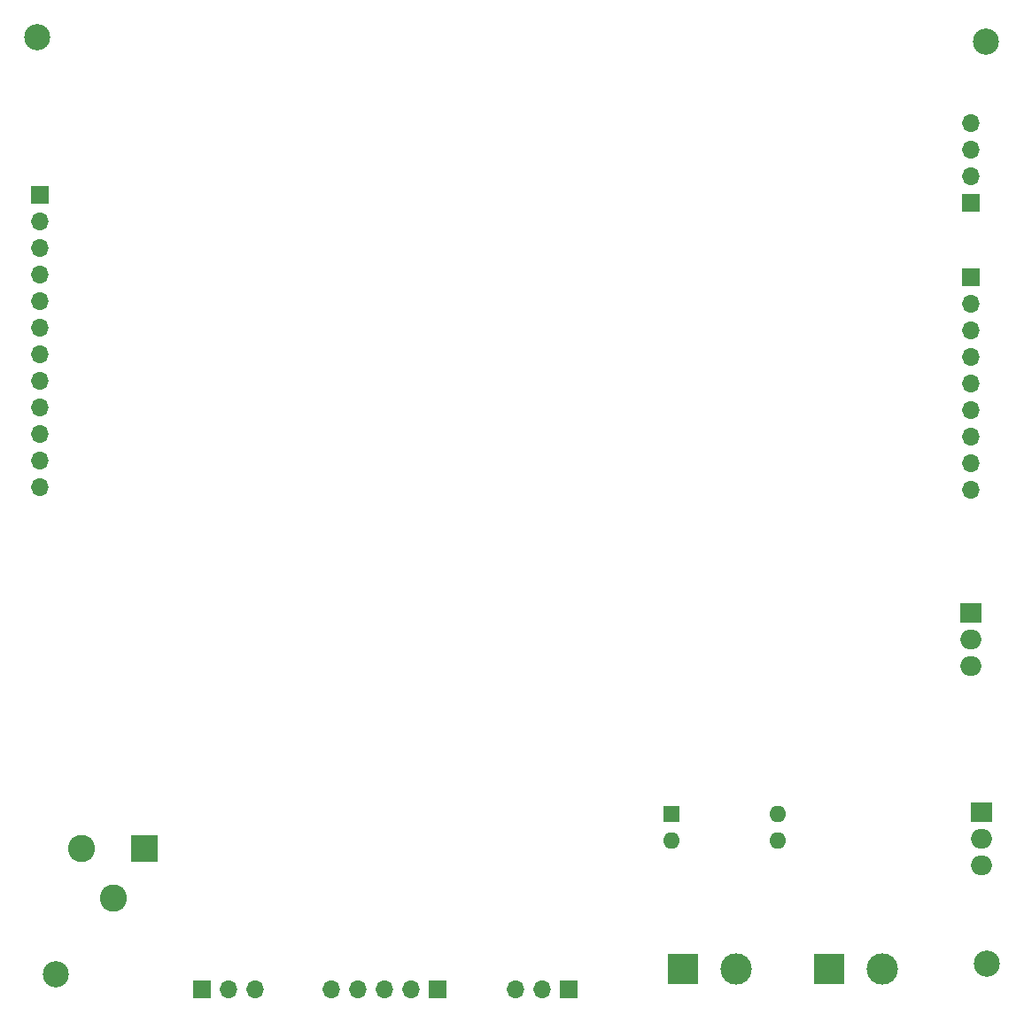
<source format=gbr>
%TF.GenerationSoftware,KiCad,Pcbnew,(6.0.7)*%
%TF.CreationDate,2022-10-25T15:01:53-05:00*%
%TF.ProjectId,Embebidos1,456d6265-6269-4646-9f73-312e6b696361,rev?*%
%TF.SameCoordinates,Original*%
%TF.FileFunction,Soldermask,Bot*%
%TF.FilePolarity,Negative*%
%FSLAX46Y46*%
G04 Gerber Fmt 4.6, Leading zero omitted, Abs format (unit mm)*
G04 Created by KiCad (PCBNEW (6.0.7)) date 2022-10-25 15:01:53*
%MOMM*%
%LPD*%
G01*
G04 APERTURE LIST*
%ADD10R,2.000000X1.905000*%
%ADD11O,2.000000X1.905000*%
%ADD12R,1.700000X1.700000*%
%ADD13O,1.700000X1.700000*%
%ADD14R,3.000000X3.000000*%
%ADD15C,3.000000*%
%ADD16R,2.600000X2.600000*%
%ADD17C,2.600000*%
%ADD18C,2.500000*%
%ADD19R,1.600000X1.600000*%
%ADD20O,1.600000X1.600000*%
G04 APERTURE END LIST*
D10*
%TO.C,Q2*%
X129000000Y-81000000D03*
D11*
X129000000Y-83540000D03*
X129000000Y-86080000D03*
%TD*%
D12*
%TO.C,J2*%
X78000000Y-117000000D03*
D13*
X75460000Y-117000000D03*
X72920000Y-117000000D03*
X70380000Y-117000000D03*
X67840000Y-117000000D03*
%TD*%
D14*
%TO.C,J4*%
X115460000Y-115000000D03*
D15*
X120540000Y-115000000D03*
%TD*%
D12*
%TO.C,J1*%
X90525000Y-117000000D03*
D13*
X87985000Y-117000000D03*
X85445000Y-117000000D03*
%TD*%
D16*
%TO.C,J6*%
X50000000Y-103500000D03*
D17*
X44000000Y-103500000D03*
X47000000Y-108200000D03*
%TD*%
D18*
%TO.C,H1*%
X130440000Y-26380000D03*
%TD*%
%TO.C,H3*%
X41500000Y-115500000D03*
%TD*%
%TO.C,H2*%
X39770000Y-25970000D03*
%TD*%
D12*
%TO.C,J5*%
X129000000Y-41800000D03*
D13*
X129000000Y-39260000D03*
X129000000Y-36720000D03*
X129000000Y-34180000D03*
%TD*%
D12*
%TO.C,J9*%
X129000000Y-48850000D03*
D13*
X129000000Y-51390000D03*
X129000000Y-53930000D03*
X129000000Y-56470000D03*
X129000000Y-59010000D03*
X129000000Y-61550000D03*
X129000000Y-64090000D03*
X129000000Y-66630000D03*
X129000000Y-69170000D03*
%TD*%
D10*
%TO.C,Q1*%
X130000000Y-100000000D03*
D11*
X130000000Y-102540000D03*
X130000000Y-105080000D03*
%TD*%
D19*
%TO.C,U5*%
X100400000Y-100225000D03*
D20*
X100400000Y-102765000D03*
X110560000Y-102765000D03*
X110560000Y-100225000D03*
%TD*%
D18*
%TO.C,H4*%
X130500000Y-114500000D03*
%TD*%
D14*
%TO.C,J7*%
X101460000Y-115000000D03*
D15*
X106540000Y-115000000D03*
%TD*%
D12*
%TO.C,J8*%
X40000000Y-41025000D03*
D13*
X40000000Y-43565000D03*
X40000000Y-46105000D03*
X40000000Y-48645000D03*
X40000000Y-51185000D03*
X40000000Y-53725000D03*
X40000000Y-56265000D03*
X40000000Y-58805000D03*
X40000000Y-61345000D03*
X40000000Y-63885000D03*
X40000000Y-66425000D03*
X40000000Y-68965000D03*
%TD*%
D12*
%TO.C,J3*%
X55475000Y-117000000D03*
D13*
X58015000Y-117000000D03*
X60555000Y-117000000D03*
%TD*%
M02*

</source>
